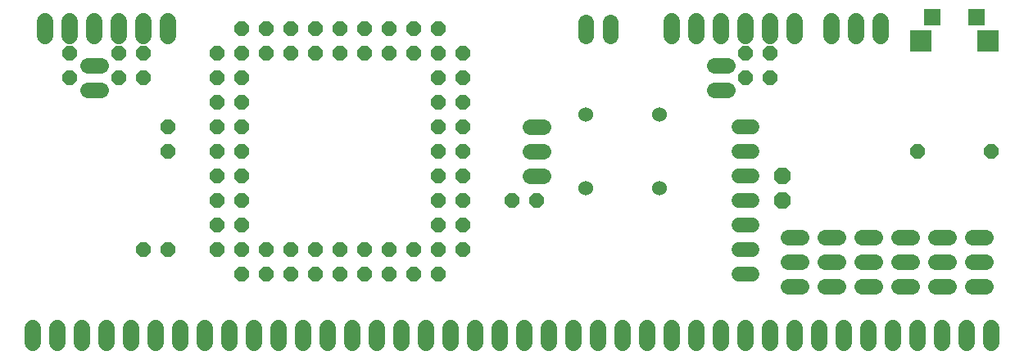
<source format=gbs>
G75*
%MOIN*%
%OFA0B0*%
%FSLAX24Y24*%
%IPPOS*%
%LPD*%
%AMOC8*
5,1,8,0,0,1.08239X$1,22.5*
%
%ADD10C,0.0680*%
%ADD11C,0.0600*%
%ADD12OC8,0.0600*%
%ADD13C,0.0640*%
%ADD14R,0.0680X0.0680*%
%ADD15R,0.0905X0.0905*%
%ADD16C,0.0600*%
%ADD17OC8,0.0680*%
D10*
X000680Y000880D02*
X000680Y001480D01*
X001680Y001480D02*
X001680Y000880D01*
X002680Y000880D02*
X002680Y001480D01*
X003680Y001480D02*
X003680Y000880D01*
X004680Y000880D02*
X004680Y001480D01*
X005680Y001480D02*
X005680Y000880D01*
X006680Y000880D02*
X006680Y001480D01*
X007680Y001480D02*
X007680Y000880D01*
X008680Y000880D02*
X008680Y001480D01*
X009680Y001480D02*
X009680Y000880D01*
X010680Y000880D02*
X010680Y001480D01*
X011680Y001480D02*
X011680Y000880D01*
X012680Y000880D02*
X012680Y001480D01*
X013680Y001480D02*
X013680Y000880D01*
X014680Y000880D02*
X014680Y001480D01*
X015680Y001480D02*
X015680Y000880D01*
X016680Y000880D02*
X016680Y001480D01*
X017680Y001480D02*
X017680Y000880D01*
X018680Y000880D02*
X018680Y001480D01*
X019680Y001480D02*
X019680Y000880D01*
X020680Y000880D02*
X020680Y001480D01*
X021680Y001480D02*
X021680Y000880D01*
X022680Y000880D02*
X022680Y001480D01*
X023680Y001480D02*
X023680Y000880D01*
X024680Y000880D02*
X024680Y001480D01*
X025680Y001480D02*
X025680Y000880D01*
X026680Y000880D02*
X026680Y001480D01*
X027680Y001480D02*
X027680Y000880D01*
X028680Y000880D02*
X028680Y001480D01*
X029680Y001480D02*
X029680Y000880D01*
X030680Y000880D02*
X030680Y001480D01*
X031680Y001480D02*
X031680Y000880D01*
X032680Y000880D02*
X032680Y001480D01*
X033680Y001480D02*
X033680Y000880D01*
X034680Y000880D02*
X034680Y001480D01*
X035680Y001480D02*
X035680Y000880D01*
X036680Y000880D02*
X036680Y001480D01*
X037680Y001480D02*
X037680Y000880D01*
X038680Y000880D02*
X038680Y001480D01*
X039680Y001480D02*
X039680Y000880D01*
X035180Y013380D02*
X035180Y013980D01*
X034180Y013980D02*
X034180Y013380D01*
X033180Y013380D02*
X033180Y013980D01*
X031680Y013980D02*
X031680Y013380D01*
X030680Y013380D02*
X030680Y013980D01*
X029680Y013980D02*
X029680Y013380D01*
X028680Y013380D02*
X028680Y013980D01*
X027680Y013980D02*
X027680Y013380D01*
X026680Y013380D02*
X026680Y013980D01*
X006180Y013980D02*
X006180Y013380D01*
X005180Y013380D02*
X005180Y013980D01*
X004180Y013980D02*
X004180Y013380D01*
X003180Y013380D02*
X003180Y013980D01*
X002180Y013980D02*
X002180Y013380D01*
X001180Y013380D02*
X001180Y013980D01*
D11*
X023180Y010180D03*
X026180Y010180D03*
X026180Y007180D03*
X023180Y007180D03*
D12*
X021180Y006680D03*
X020180Y006680D03*
X018180Y006680D03*
X017180Y006680D03*
X017180Y007680D03*
X018180Y007680D03*
X018180Y008680D03*
X017180Y008680D03*
X017180Y009680D03*
X018180Y009680D03*
X018180Y010680D03*
X017180Y010680D03*
X017180Y011680D03*
X018180Y011680D03*
X018180Y012680D03*
X017180Y012680D03*
X016180Y012680D03*
X015180Y012680D03*
X014180Y012680D03*
X013180Y012680D03*
X012180Y012680D03*
X011180Y012680D03*
X010180Y012680D03*
X009180Y012680D03*
X008180Y012680D03*
X009180Y013680D03*
X010180Y013680D03*
X011180Y013680D03*
X012180Y013680D03*
X013180Y013680D03*
X014180Y013680D03*
X015180Y013680D03*
X016180Y013680D03*
X017180Y013680D03*
X009180Y011680D03*
X008180Y011680D03*
X008180Y010680D03*
X009180Y010680D03*
X009180Y009680D03*
X008180Y009680D03*
X006180Y009680D03*
X006180Y008680D03*
X008180Y008680D03*
X009180Y008680D03*
X009180Y007680D03*
X008180Y007680D03*
X008180Y006680D03*
X009180Y006680D03*
X009180Y005680D03*
X008180Y005680D03*
X008180Y004680D03*
X009180Y004680D03*
X010180Y004680D03*
X011180Y004680D03*
X012180Y004680D03*
X013180Y004680D03*
X014180Y004680D03*
X015180Y004680D03*
X016180Y004680D03*
X017180Y004680D03*
X018180Y004680D03*
X018180Y005680D03*
X017180Y005680D03*
X017180Y003680D03*
X016180Y003680D03*
X015180Y003680D03*
X014180Y003680D03*
X013180Y003680D03*
X012180Y003680D03*
X011180Y003680D03*
X010180Y003680D03*
X009180Y003680D03*
X006180Y004680D03*
X005180Y004680D03*
X005180Y011680D03*
X004180Y011680D03*
X002180Y011680D03*
X002180Y012680D03*
X004180Y012680D03*
X005180Y012680D03*
X029680Y012680D03*
X030680Y012680D03*
X030680Y011680D03*
X029680Y011680D03*
X036680Y008680D03*
X039680Y008680D03*
D13*
X039460Y005180D02*
X038900Y005180D01*
X037960Y005180D02*
X037400Y005180D01*
X036460Y005180D02*
X035900Y005180D01*
X034960Y005180D02*
X034400Y005180D01*
X033460Y005180D02*
X032900Y005180D01*
X031960Y005180D02*
X031400Y005180D01*
X031400Y004180D02*
X031960Y004180D01*
X032900Y004180D02*
X033460Y004180D01*
X034400Y004180D02*
X034960Y004180D01*
X035900Y004180D02*
X036460Y004180D01*
X037400Y004180D02*
X037960Y004180D01*
X038900Y004180D02*
X039460Y004180D01*
X039460Y003180D02*
X038900Y003180D01*
X037960Y003180D02*
X037400Y003180D01*
X036460Y003180D02*
X035900Y003180D01*
X034960Y003180D02*
X034400Y003180D01*
X033460Y003180D02*
X032900Y003180D01*
X031960Y003180D02*
X031400Y003180D01*
X021460Y007680D02*
X020900Y007680D01*
X020900Y008680D02*
X021460Y008680D01*
X021460Y009680D02*
X020900Y009680D01*
X028400Y011180D02*
X028960Y011180D01*
X028960Y012180D02*
X028400Y012180D01*
X024180Y013400D02*
X024180Y013960D01*
X023180Y013960D02*
X023180Y013400D01*
X003460Y012180D02*
X002900Y012180D01*
X002900Y011180D02*
X003460Y011180D01*
D14*
X037295Y014170D03*
X039065Y014170D03*
D15*
X039560Y013190D03*
X036800Y013190D03*
D16*
X029940Y009680D02*
X029420Y009680D01*
X029420Y008680D02*
X029940Y008680D01*
X029940Y007680D02*
X029420Y007680D01*
X029420Y006680D02*
X029940Y006680D01*
X029940Y005680D02*
X029420Y005680D01*
X029420Y004680D02*
X029940Y004680D01*
X029940Y003680D02*
X029420Y003680D01*
D17*
X031180Y006680D03*
X031180Y007680D03*
M02*

</source>
